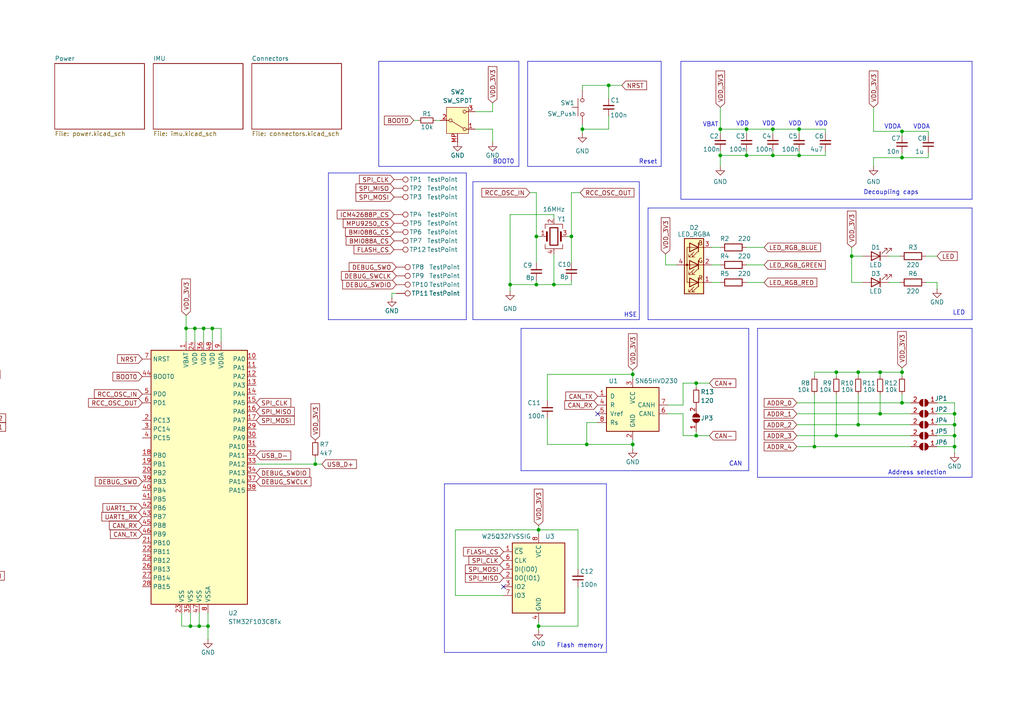
<source format=kicad_sch>
(kicad_sch (version 20231120) (generator "eeschema") (generator_version "8.0")
  (paper "A4")
  (lib_symbols
    (symbol "Connector:TestPoint" (pin_numbers hide) (pin_names (offset 0.762) hide)
      (property "Reference" "TP" (at 0 6.858 0))
      (property "Value" "TestPoint" (at 0 5.08 0))
      (symbol "TestPoint_1_1"
        (pin passive line (at 0 0 90) (length 2.54) (name "1") (number "1"))
      )
    )
    (symbol "Device:C_Small" (pin_numbers hide) (pin_names (offset 0.254) hide)
      (property "Reference" "C" (at 0.254 1.778 0))
      (property "Value" "C_Small" (at 0.254 -2.032 0))
      (symbol "C_Small_1_1"
        (pin passive line (at 0 2.54 270) (length 2.032) (name "~") (number "1"))
        (pin passive line (at 0 -2.54 90) (length 2.032) (name "~") (number "2"))
      )
    )
    (symbol "Device:Crystal_GND24" (pin_names (offset 1.016) hide)
      (property "Reference" "Y" (at 3.175 5.08 0))
      (property "Value" "Crystal_GND24" (at 3.175 3.175 0))
      (symbol "Crystal_GND24_1_1"
        (pin passive line (at -3.81 0 0) (length 1.27) (name "1") (number "1"))
        (pin passive line (at 0 5.08 270) (length 1.27) (name "2") (number "2"))
        (pin passive line (at 3.81 0 180) (length 1.27) (name "3") (number "3"))
        (pin passive line (at 0 -5.08 90) (length 1.27) (name "4") (number "4"))
      )
    )
    (symbol "Device:LED" (pin_numbers hide) (pin_names (offset 1.016) hide)
      (property "Reference" "D" (at 0 2.54 0))
      (property "Value" "LED" (at 0 -2.54 0))
      (symbol "LED_1_1"
        (pin passive line (at -3.81 0 0) (length 2.54) (name "K") (number "1"))
        (pin passive line (at 3.81 0 180) (length 2.54) (name "A") (number "2"))
      )
    )
    (symbol "Device:LED_RGBA" (pin_names (offset 0) hide)
      (property "Reference" "D" (at 0 9.398 0))
      (property "Value" "LED_RGBA" (at 0 -8.89 0))
      (symbol "LED_RGBA_0_0"
        (text "B" (at -1.905 -6.35 0) (effects (font (size 1.27 1.27))))
        (text "G" (at -1.905 -1.27 0) (effects (font (size 1.27 1.27))))
        (text "R" (at -1.905 3.81 0) (effects (font (size 1.27 1.27))))
      )
      (symbol "LED_RGBA_1_1"
        (pin passive line (at -5.08 5.08 0) (length 2.54) (name "RK") (number "1"))
        (pin passive line (at -5.08 0 0) (length 2.54) (name "GK") (number "2"))
        (pin passive line (at -5.08 -5.08 0) (length 2.54) (name "BK") (number "3"))
        (pin passive line (at 5.08 0 180) (length 2.54) (name "A") (number "4"))
      )
    )
    (symbol "Device:R" (pin_numbers hide) (pin_names (offset 0))
      (property "Reference" "R" (at 2.032 0 90))
      (property "Value" "R" (at 0 0 90))
      (symbol "R_1_1"
        (pin passive line (at 0 3.81 270) (length 1.27) (name "~") (number "1"))
        (pin passive line (at 0 -3.81 90) (length 1.27) (name "~") (number "2"))
      )
    )
    (symbol "Device:R_Small" (pin_numbers hide) (pin_names (offset 0.254) hide)
      (property "Reference" "R" (at 0.762 0.508 0))
      (property "Value" "R_Small" (at 0.762 -1.016 0))
      (symbol "R_Small_1_1"
        (pin passive line (at 0 2.54 270) (length 0.762) (name "~") (number "1"))
        (pin passive line (at 0 -2.54 90) (length 0.762) (name "~") (number "2"))
      )
    )
    (symbol "GND_1" (power) (pin_numbers hide) (pin_names (offset 0) hide)
      (property "Value" "GND" (at 0 -3.81 0))
      (symbol "GND_1_1_1"
        (pin power_in line (at 0 0 270) (length 0) (name "~") (number "1"))
      )
    )
    (symbol "GND_2" (power) (pin_numbers hide) (pin_names (offset 0) hide)
      (property "Value" "GND" (at 0 -3.81 0))
      (symbol "GND_2_1_1"
        (pin power_in line (at 0 0 270) (length 0) (name "~") (number "1"))
      )
    )
    (symbol "Interface_CAN_LIN:SN65HVD230" (pin_names (offset 1.016))
      (property "Reference" "U" (at -2.54 10.16 0))
      (property "Value" "SN65HVD230" (at -2.54 7.62 0))
      (symbol "SN65HVD230_1_1"
        (pin input line (at -10.16 2.54 0) (length 2.54) (name "D") (number "1"))
        (pin power_in line (at 0 -10.16 90) (length 2.54) (name "GND") (number "2"))
        (pin power_in line (at 0 7.62 270) (length 2.54) (name "VCC") (number "3"))
        (pin output line (at -10.16 0 0) (length 2.54) (name "R") (number "4"))
        (pin output line (at -10.16 -2.54 0) (length 2.54) (name "Vref") (number "5"))
        (pin bidirectional line (at 10.16 -2.54 180) (length 2.54) (name "CANL") (number "6"))
        (pin bidirectional line (at 10.16 0 180) (length 2.54) (name "CANH") (number "7"))
        (pin input line (at -10.16 -5.08 0) (length 2.54) (name "Rs") (number "8"))
      )
    )
    (symbol "Jumper:SolderJumper_2_Open" (pin_names (offset 0) hide)
      (property "Reference" "JP" (at 0 2.032 0))
      (property "Value" "SolderJumper_2_Open" (at 0 -2.54 0))
      (symbol "SolderJumper_2_Open_1_1"
        (pin passive line (at -3.81 0 0) (length 2.54) (name "A") (number "1"))
        (pin passive line (at 3.81 0 180) (length 2.54) (name "B") (number "2"))
      )
    )
    (symbol "MCU_ST_STM32F1:STM32F103C8Tx"
      (property "Reference" "U1" (at 9.652 -38.1 0))
      (property "Value" "STM32F103C8Tx" (at 9.652 -40.64 0))
      (symbol "STM32F103C8Tx_1_1"
        (pin power_in line (at -2.54 40.64 270) (length 2.54) (name "VBAT") (number "1"))
        (pin bidirectional line (at 17.78 35.56 180) (length 2.54) (name "PA0") (number "10"))
        (pin bidirectional line (at 17.78 33.02 180) (length 2.54) (name "PA1") (number "11"))
        (pin bidirectional line (at 17.78 30.48 180) (length 2.54) (name "PA2") (number "12"))
        (pin bidirectional line (at 17.78 27.94 180) (length 2.54) (name "PA3") (number "13"))
        (pin bidirectional line (at 17.78 25.4 180) (length 2.54) (name "PA4") (number "14"))
        (pin bidirectional line (at 17.78 22.86 180) (length 2.54) (name "PA5") (number "15"))
        (pin bidirectional line (at 17.78 20.32 180) (length 2.54) (name "PA6") (number "16"))
        (pin bidirectional line (at 17.78 17.78 180) (length 2.54) (name "PA7") (number "17"))
        (pin bidirectional line (at -15.24 7.62 0) (length 2.54) (name "PB0") (number "18"))
        (pin bidirectional line (at -15.24 5.08 0) (length 2.54) (name "PB1") (number "19"))
        (pin bidirectional line (at -15.24 17.78 0) (length 2.54) (name "PC13") (number "2"))
        (pin bidirectional line (at -15.24 2.54 0) (length 2.54) (name "PB2") (number "20"))
        (pin bidirectional line (at -15.24 -17.78 0) (length 2.54) (name "PB10") (number "21"))
        (pin bidirectional line (at -15.24 -20.32 0) (length 2.54) (name "PB11") (number "22"))
        (pin power_in line (at -3.81 -38.1 90) (length 2.54) (name "VSS") (number "23"))
        (pin power_in line (at 0 40.64 270) (length 2.54) (name "VDD") (number "24"))
        (pin bidirectional line (at -15.24 -22.86 0) (length 2.54) (name "PB12") (number "25"))
        (pin bidirectional line (at -15.24 -25.4 0) (length 2.54) (name "PB13") (number "26"))
        (pin bidirectional line (at -15.24 -27.94 0) (length 2.54) (name "PB14") (number "27"))
        (pin bidirectional line (at -15.24 -30.48 0) (length 2.54) (name "PB15") (number "28"))
        (pin bidirectional line (at 17.78 15.24 180) (length 2.54) (name "PA8") (number "29"))
        (pin bidirectional line (at -15.24 15.24 0) (length 2.54) (name "PC14") (number "3"))
        (pin bidirectional line (at 17.78 12.7 180) (length 2.54) (name "PA9") (number "30"))
        (pin bidirectional line (at 17.78 10.16 180) (length 2.54) (name "PA10") (number "31"))
        (pin bidirectional line (at 17.78 7.62 180) (length 2.54) (name "PA11") (number "32"))
        (pin bidirectional line (at 17.78 5.08 180) (length 2.54) (name "PA12") (number "33"))
        (pin bidirectional line (at 17.78 2.54 180) (length 2.54) (name "PA13") (number "34"))
        (pin passive line (at -1.27 -38.1 90) (length 2.54) (name "VSS") (number "35"))
        (pin power_in line (at 2.54 40.64 270) (length 2.54) (name "VDD") (number "36"))
        (pin bidirectional line (at 17.78 0 180) (length 2.54) (name "PA14") (number "37"))
        (pin bidirectional line (at 17.78 -2.54 180) (length 2.54) (name "PA15") (number "38"))
        (pin bidirectional line (at -15.24 0 0) (length 2.54) (name "PB3") (number "39"))
        (pin bidirectional line (at -15.24 12.7 0) (length 2.54) (name "PC15") (number "4"))
        (pin bidirectional line (at -15.24 -2.54 0) (length 2.54) (name "PB4") (number "40"))
        (pin bidirectional line (at -15.24 -5.08 0) (length 2.54) (name "PB5") (number "41"))
        (pin bidirectional line (at -15.24 -7.62 0) (length 2.54) (name "PB6") (number "42"))
        (pin bidirectional line (at -15.24 -10.16 0) (length 2.54) (name "PB7") (number "43"))
        (pin input line (at -15.24 30.48 0) (length 2.54) (name "BOOT0") (number "44"))
        (pin bidirectional line (at -15.24 -12.7 0) (length 2.54) (name "PB8") (number "45"))
        (pin bidirectional line (at -15.24 -15.24 0) (length 2.54) (name "PB9") (number "46"))
        (pin passive line (at 1.27 -38.1 90) (length 2.54) (name "VSS") (number "47"))
        (pin power_in line (at 5.08 40.64 270) (length 2.54) (name "VDD") (number "48"))
        (pin bidirectional line (at -15.24 25.4 0) (length 2.54) (name "PD0") (number "5"))
        (pin bidirectional line (at -15.24 22.86 0) (length 2.54) (name "PD1") (number "6"))
        (pin input line (at -15.24 35.56 0) (length 2.54) (name "NRST") (number "7"))
        (pin power_in line (at 3.81 -38.1 90) (length 2.54) (name "VSSA") (number "8"))
        (pin power_in line (at 7.62 40.64 270) (length 2.54) (name "VDDA") (number "9"))
      )
    )
    (symbol "Memory_Flash:W25Q32JVSS"
      (property "Reference" "U" (at -6.35 11.43 0))
      (property "Value" "W25Q32JVSS" (at 7.62 11.43 0))
      (symbol "W25Q32JVSS_1_1"
        (pin input line (at -10.16 7.62 0) (length 2.54) (name "~{CS}") (number "1"))
        (pin bidirectional line (at -10.16 0 0) (length 2.54) (name "DO(IO1)") (number "2"))
        (pin bidirectional line (at -10.16 -2.54 0) (length 2.54) (name "IO2") (number "3"))
        (pin power_in line (at 0 -12.7 90) (length 2.54) (name "GND") (number "4"))
        (pin bidirectional line (at -10.16 2.54 0) (length 2.54) (name "DI(IO0)") (number "5"))
        (pin input line (at -10.16 5.08 0) (length 2.54) (name "CLK") (number "6"))
        (pin bidirectional line (at -10.16 -5.08 0) (length 2.54) (name "IO3") (number "7"))
        (pin power_in line (at 0 12.7 270) (length 2.54) (name "VCC") (number "8"))
      )
    )
    (symbol "Switch:SW_Push" (pin_numbers hide) (pin_names (offset 1.016) hide)
      (property "Reference" "SW" (at 1.27 2.54 0))
      (property "Value" "SW_Push" (at 0 -1.524 0))
      (symbol "SW_Push_0_1"
        (pin passive line (at -5.08 0 0) (length 2.54) (name "1") (number "1"))
        (pin passive line (at 5.08 0 180) (length 2.54) (name "2") (number "2"))
      )
    )
    (symbol "Switch:SW_SPDT" (pin_names (offset 0) hide)
      (property "Reference" "SW2" (at 0 -8.255 0))
      (property "Value" "SW_SPDT" (at 0 -5.715 0))
      (symbol "SW_SPDT_1_1"
        (pin passive line (at 5.08 2.54 180) (length 2.54) (name "A") (number "1"))
        (pin passive line (at -5.08 0 0) (length 2.54) (name "B") (number "2"))
        (pin passive line (at 5.08 -2.54 180) (length 2.54) (name "C") (number "3"))
        (pin input line (at 0 6.35 270) (length 2.54) (name "MP") (number "MP"))
      )
    )
    (symbol "power:GND" (power) (pin_numbers hide) (pin_names (offset 0) hide)
      (property "Value" "GND" (at 0 -3.81 0))
      (symbol "GND_1_1"
        (pin power_in line (at 0 0 270) (length 0) (name "~") (number "1"))
      )
    )
  )
  (junction (at 248.92 123.19))
  (junction (at 53.975 95.25))
  (junction (at 242.57 107.95))
  (junction (at 59.055 95.25))
  (junction (at 176.53 24.765))
  (junction (at 276.86 126.365))
  (junction (at 156.21 181.61))
  (junction (at 224.155 45.085))
  (junction (at 91.44 134.62))
  (junction (at 61.595 95.25))
  (junction (at 57.785 181.61))
  (junction (at 168.91 37.465))
  (junction (at 276.86 120.015))
  (junction (at 155.575 82.55))
  (junction (at 155.575 68.58))
  (junction (at 55.245 181.61))
  (junction (at 170.18 128.905))
  (junction (at 276.86 123.19))
  (junction (at 60.325 181.61))
  (junction (at 248.92 107.95))
  (junction (at 183.515 108.585))
  (junction (at 224.155 37.465))
  (junction (at 261.62 45.72))
  (junction (at 56.515 95.25))
  (junction (at 201.93 111.125))
  (junction (at 147.955 82.55))
  (junction (at 208.915 45.085))
  (junction (at 216.535 37.465))
  (junction (at 242.57 126.365))
  (junction (at 247.015 74.295))
  (junction (at 255.27 120.015))
  (junction (at 201.93 126.365))
  (junction (at 231.775 37.465))
  (junction (at 236.22 129.54))
  (junction (at 208.915 37.465))
  (junction (at 216.535 45.085))
  (junction (at 261.62 107.95))
  (junction (at 165.735 68.58))
  (junction (at 276.86 129.54))
  (junction (at 231.775 45.085))
  (junction (at 255.27 107.95))
  (junction (at 160.655 82.55))
  (junction (at 261.62 38.1))
  (junction (at 156.21 153.67))
  (junction (at 261.62 116.84))
  (junction (at 183.515 128.905))
  (no_connect (at 146.05 170.18))
  (no_connect (at 173.355 120.015))
  (wire (pts (xy 224.155 43.815) (xy 224.155 45.085)))
  (wire (pts (xy 231.775 37.465) (xy 239.395 37.465)))
  (wire (pts (xy 176.53 24.765) (xy 176.53 28.575)))
  (wire (pts (xy 253.365 45.72) (xy 261.62 45.72)))
  (polyline (pts (xy 109.855 48.26) (xy 150.495 48.26)))
  (wire (pts (xy 176.53 24.765) (xy 180.34 24.765)))
  (wire (pts (xy 261.62 45.72) (xy 269.24 45.72)))
  (wire (pts (xy 53.975 95.25) (xy 53.975 91.44)))
  (wire (pts (xy 155.575 82.55) (xy 160.655 82.55)))
  (wire (pts (xy 91.44 132.715) (xy 91.44 134.62)))
  (wire (pts (xy 155.575 55.88) (xy 153.67 55.88)))
  (wire (pts (xy 155.575 55.88) (xy 155.575 68.58)))
  (wire (pts (xy 53.975 95.25) (xy 53.975 99.06)))
  (polyline (pts (xy 281.94 95.25) (xy 219.71 95.25)))
  (wire (pts (xy 55.245 177.8) (xy 55.245 181.61)))
  (polyline (pts (xy 175.895 140.335) (xy 128.905 140.335)))
  (wire (pts (xy 160.655 62.23) (xy 160.655 63.5)))
  (wire (pts (xy 208.915 37.465) (xy 208.915 38.735)))
  (wire (pts (xy 216.535 37.465) (xy 208.915 37.465)))
  (wire (pts (xy 271.78 123.19) (xy 276.86 123.19)))
  (polyline (pts (xy 153.035 17.78) (xy 191.77 17.78)))
  (wire (pts (xy 155.575 81.28) (xy 155.575 82.55)))
  (wire (pts (xy 271.78 83.82) (xy 271.78 81.915)))
  (wire (pts (xy 268.605 74.295) (xy 271.78 74.295)))
  (wire (pts (xy 93.345 134.62) (xy 91.44 134.62)))
  (wire (pts (xy 60.325 181.61) (xy 60.325 177.8)))
  (wire (pts (xy 59.055 95.25) (xy 59.055 99.06)))
  (wire (pts (xy 165.735 81.28) (xy 165.735 82.55)))
  (polyline (pts (xy 197.485 17.78) (xy 281.94 17.78)))
  (wire (pts (xy 239.395 43.815) (xy 239.395 45.085)))
  (wire (pts (xy 261.62 39.37) (xy 261.62 38.1)))
  (wire (pts (xy 183.515 127.635) (xy 183.515 128.905)))
  (polyline (pts (xy 128.905 140.335) (xy 128.905 189.23)))
  (wire (pts (xy 156.21 153.67) (xy 156.21 154.94)))
  (wire (pts (xy 198.12 111.125) (xy 201.93 111.125)))
  (polyline (pts (xy 187.96 60.325) (xy 281.94 60.325)))
  (polyline (pts (xy 109.855 17.78) (xy 109.855 48.26)))
  (wire (pts (xy 142.875 37.465) (xy 142.875 41.275)))
  (wire (pts (xy 198.12 120.015) (xy 198.12 126.365)))
  (wire (pts (xy 261.62 107.95) (xy 255.27 107.95)))
  (wire (pts (xy 183.515 108.585) (xy 183.515 109.855)))
  (polyline (pts (xy 153.035 48.26) (xy 191.77 48.26)))
  (wire (pts (xy 261.62 38.1) (xy 269.24 38.1)))
  (wire (pts (xy 164.465 68.58) (xy 165.735 68.58)))
  (wire (pts (xy 268.605 81.915) (xy 271.78 81.915)))
  (wire (pts (xy 276.86 126.365) (xy 276.86 129.54)))
  (wire (pts (xy 231.775 38.735) (xy 231.775 37.465)))
  (wire (pts (xy 61.595 99.06) (xy 61.595 95.25)))
  (wire (pts (xy 231.14 116.84) (xy 261.62 116.84)))
  (wire (pts (xy 126.365 34.925) (xy 127.635 34.925)))
  (wire (pts (xy 142.875 29.845) (xy 142.875 32.385)))
  (wire (pts (xy 132.08 153.67) (xy 132.08 172.72)))
  (wire (pts (xy 216.535 43.815) (xy 216.535 45.085)))
  (wire (pts (xy 170.18 128.905) (xy 183.515 128.905)))
  (polyline (pts (xy 95.25 92.71) (xy 135.255 92.71)))
  (wire (pts (xy 168.91 26.035) (xy 168.91 24.765)))
  (wire (pts (xy 55.245 181.61) (xy 57.785 181.61)))
  (wire (pts (xy 56.515 95.25) (xy 53.975 95.25)))
  (wire (pts (xy 216.535 76.835) (xy 221.615 76.835)))
  (wire (pts (xy 158.75 108.585) (xy 158.75 116.205)))
  (polyline (pts (xy 219.71 138.43) (xy 281.94 138.43)))
  (wire (pts (xy 257.81 74.295) (xy 260.985 74.295)))
  (polyline (pts (xy 197.485 57.785) (xy 197.485 17.78)))
  (polyline (pts (xy 128.905 189.23) (xy 175.895 189.23)))
  (wire (pts (xy 276.86 123.19) (xy 276.86 126.365)))
  (wire (pts (xy 198.12 126.365) (xy 201.93 126.365)))
  (wire (pts (xy 198.12 111.125) (xy 198.12 117.475)))
  (wire (pts (xy 231.14 120.015) (xy 255.27 120.015)))
  (wire (pts (xy 206.375 76.835) (xy 208.915 76.835)))
  (wire (pts (xy 168.275 55.88) (xy 165.735 55.88)))
  (polyline (pts (xy 197.485 57.785) (xy 281.94 57.785)))
  (wire (pts (xy 160.655 62.23) (xy 147.955 62.23)))
  (wire (pts (xy 255.27 107.95) (xy 248.92 107.95)))
  (wire (pts (xy 156.21 181.61) (xy 156.21 182.88)))
  (wire (pts (xy 156.21 153.67) (xy 167.64 153.67)))
  (wire (pts (xy 224.155 37.465) (xy 224.155 38.735)))
  (wire (pts (xy 64.135 95.25) (xy 64.135 99.06)))
  (wire (pts (xy 165.735 55.88) (xy 165.735 68.58)))
  (wire (pts (xy 261.62 114.3) (xy 261.62 116.84)))
  (wire (pts (xy 231.14 129.54) (xy 236.22 129.54)))
  (wire (pts (xy 168.91 24.765) (xy 176.53 24.765)))
  (polyline (pts (xy 217.17 95.25) (xy 217.17 136.525)))
  (wire (pts (xy 236.22 107.95) (xy 236.22 109.22)))
  (polyline (pts (xy 153.035 48.26) (xy 153.035 17.78)))
  (wire (pts (xy 216.535 38.735) (xy 216.535 37.465)))
  (wire (pts (xy 231.775 45.085) (xy 224.155 45.085)))
  (wire (pts (xy 193.675 120.015) (xy 198.12 120.015)))
  (wire (pts (xy 56.515 99.06) (xy 56.515 95.25)))
  (wire (pts (xy 160.655 82.55) (xy 165.735 82.55)))
  (wire (pts (xy 239.395 38.735) (xy 239.395 37.465)))
  (wire (pts (xy 193.675 117.475) (xy 198.12 117.475)))
  (wire (pts (xy 167.64 153.67) (xy 167.64 165.1)))
  (polyline (pts (xy 175.895 140.335) (xy 175.895 189.23)))
  (wire (pts (xy 276.86 129.54) (xy 276.86 131.445)))
  (wire (pts (xy 146.05 172.72) (xy 132.08 172.72)))
  (wire (pts (xy 201.93 111.125) (xy 201.93 112.395)))
  (wire (pts (xy 216.535 45.085) (xy 208.915 45.085)))
  (wire (pts (xy 168.91 37.465) (xy 168.91 36.195)))
  (wire (pts (xy 132.08 153.67) (xy 156.21 153.67)))
  (wire (pts (xy 242.57 107.95) (xy 236.22 107.95)))
  (wire (pts (xy 269.24 44.45) (xy 269.24 45.72)))
  (wire (pts (xy 276.86 120.015) (xy 276.86 123.19)))
  (wire (pts (xy 158.75 128.905) (xy 170.18 128.905)))
  (wire (pts (xy 52.705 177.8) (xy 52.705 181.61)))
  (wire (pts (xy 170.18 122.555) (xy 170.18 128.905)))
  (wire (pts (xy 155.575 68.58) (xy 156.845 68.58)))
  (wire (pts (xy 155.575 76.2) (xy 155.575 68.58)))
  (wire (pts (xy 57.785 177.8) (xy 57.785 181.61)))
  (wire (pts (xy 147.955 82.55) (xy 147.955 84.455)))
  (wire (pts (xy 160.655 73.66) (xy 160.655 82.55)))
  (wire (pts (xy 173.355 122.555) (xy 170.18 122.555)))
  (wire (pts (xy 261.62 106.68) (xy 261.62 107.95)))
  (wire (pts (xy 183.515 107.315) (xy 183.515 108.585)))
  (wire (pts (xy 137.795 37.465) (xy 142.875 37.465)))
  (wire (pts (xy 113.665 85.09) (xy 113.665 86.36)))
  (wire (pts (xy 156.21 180.34) (xy 156.21 181.61)))
  (wire (pts (xy 255.27 120.015) (xy 264.16 120.015)))
  (wire (pts (xy 59.055 95.25) (xy 56.515 95.25)))
  (wire (pts (xy 121.285 34.925) (xy 120.015 34.925)))
  (wire (pts (xy 158.75 108.585) (xy 183.515 108.585)))
  (wire (pts (xy 231.775 43.815) (xy 231.775 45.085)))
  (wire (pts (xy 147.955 82.55) (xy 155.575 82.55)))
  (wire (pts (xy 247.015 74.295) (xy 250.19 74.295)))
  (wire (pts (xy 114.935 85.09) (xy 113.665 85.09)))
  (wire (pts (xy 271.78 116.84) (xy 276.86 116.84)))
  (wire (pts (xy 158.75 121.285) (xy 158.75 128.905)))
  (wire (pts (xy 271.78 126.365) (xy 276.86 126.365)))
  (wire (pts (xy 60.325 185.42) (xy 60.325 181.61)))
  (polyline (pts (xy 191.77 17.78) (xy 191.77 48.26)))
  (wire (pts (xy 165.735 76.2) (xy 165.735 68.58)))
  (wire (pts (xy 253.365 31.115) (xy 253.365 38.1)))
  (wire (pts (xy 257.81 81.915) (xy 260.985 81.915)))
  (wire (pts (xy 255.27 107.95) (xy 255.27 109.22)))
  (polyline (pts (xy 150.495 48.26) (xy 150.495 17.78)))
  (wire (pts (xy 248.92 123.19) (xy 264.16 123.19)))
  (wire (pts (xy 255.27 114.3) (xy 255.27 120.015)))
  (wire (pts (xy 208.915 45.085) (xy 208.915 48.26)))
  (wire (pts (xy 261.62 107.95) (xy 261.62 109.22)))
  (wire (pts (xy 91.44 134.62) (xy 74.295 134.62)))
  (polyline (pts (xy 135.255 50.165) (xy 95.25 50.165)))
  (wire (pts (xy 206.375 81.915) (xy 208.915 81.915)))
  (wire (pts (xy 253.365 45.72) (xy 253.365 48.26)))
  (wire (pts (xy 57.785 181.61) (xy 60.325 181.61)))
  (wire (pts (xy 176.53 33.655) (xy 176.53 37.465)))
  (polyline (pts (xy 137.16 52.705) (xy 185.42 52.705)))
  (wire (pts (xy 183.515 128.905) (xy 183.515 130.175)))
  (wire (pts (xy 201.93 125.095) (xy 201.93 126.365)))
  (wire (pts (xy 242.57 107.95) (xy 242.57 109.22)))
  (polyline (pts (xy 281.94 92.71) (xy 187.96 92.71)))
  (wire (pts (xy 52.705 181.61) (xy 55.245 181.61)))
  (wire (pts (xy 261.62 44.45) (xy 261.62 45.72)))
  (wire (pts (xy 156.21 181.61) (xy 167.64 181.61)))
  (wire (pts (xy 208.915 31.115) (xy 208.915 37.465)))
  (wire (pts (xy 147.955 62.23) (xy 147.955 82.55)))
  (wire (pts (xy 167.64 170.18) (xy 167.64 181.61)))
  (wire (pts (xy 236.22 129.54) (xy 264.16 129.54)))
  (wire (pts (xy 224.155 37.465) (xy 231.775 37.465)))
  (wire (pts (xy 176.53 37.465) (xy 168.91 37.465)))
  (wire (pts (xy 248.92 114.3) (xy 248.92 123.19)))
  (wire (pts (xy 242.57 126.365) (xy 264.16 126.365)))
  (wire (pts (xy 231.14 123.19) (xy 248.92 123.19)))
  (wire (pts (xy 61.595 95.25) (xy 59.055 95.25)))
  (wire (pts (xy 193.04 76.835) (xy 193.04 73.66)))
  (wire (pts (xy 247.015 71.755) (xy 247.015 74.295)))
  (wire (pts (xy 64.135 95.25) (xy 61.595 95.25)))
  (wire (pts (xy 216.535 81.915) (xy 221.615 81.915)))
  (polyline (pts (xy 185.42 52.705) (xy 185.42 92.71)))
  (wire (pts (xy 208.915 45.085) (xy 208.915 43.815)))
  (wire (pts (xy 248.92 107.95) (xy 242.57 107.95)))
  (polyline (pts (xy 187.96 60.325) (xy 187.96 92.71)))
  (polyline (pts (xy 151.13 136.525) (xy 217.17 136.525)))
  (wire (pts (xy 231.14 126.365) (xy 242.57 126.365)))
  (wire (pts (xy 242.57 114.3) (xy 242.57 126.365)))
  (polyline (pts (xy 150.495 17.78) (xy 109.855 17.78)))
  (polyline (pts (xy 281.94 60.325) (xy 281.94 92.71)))
  (wire (pts (xy 261.62 116.84) (xy 264.16 116.84)))
  (wire (pts (xy 271.78 129.54) (xy 276.86 129.54)))
  (wire (pts (xy 231.775 45.085) (xy 239.395 45.085)))
  (wire (pts (xy 236.22 114.3) (xy 236.22 129.54)))
  (wire (pts (xy 276.86 116.84) (xy 276.86 120.015)))
  (polyline (pts (xy 135.255 50.165) (xy 135.255 92.71)))
  (wire (pts (xy 201.93 126.365) (xy 205.74 126.365)))
  (wire (pts (xy 216.535 71.755) (xy 221.615 71.755)))
  (wire (pts (xy 253.365 38.1) (xy 261.62 38.1)))
  (wire (pts (xy 193.04 76.835) (xy 196.215 76.835)))
  (wire (pts (xy 168.91 37.465) (xy 168.91 38.735)))
  (wire (pts (xy 247.015 81.915) (xy 250.19 81.915)))
  (polyline (pts (xy 95.25 50.165) (xy 95.25 92.71)))
  (wire (pts (xy 248.92 107.95) (xy 248.92 109.22)))
  (polyline (pts (xy 151.13 136.525) (xy 151.13 95.25)))
  (wire (pts (xy 201.93 111.125) (xy 205.74 111.125)))
  (wire (pts (xy 156.21 152.4) (xy 156.21 153.67)))
  (wire (pts (xy 137.795 32.385) (xy 142.875 32.385)))
  (wire (pts (xy 206.375 71.755) (xy 208.915 71.755)))
  (wire (pts (xy 216.535 37.465) (xy 224.155 37.465)))
  (polyline (pts (xy 281.94 17.78) (xy 281.94 57.785)))
  (wire (pts (xy 216.535 45.085) (xy 224.155 45.085)))
  (polyline (pts (xy 219.71 95.25) (xy 219.71 138.43)))
  (polyline (pts (xy 281.94 138.43) (xy 281.94 95.25)))
  (wire (pts (xy 247.015 74.295) (xy 247.015 81.915)))
  (wire (pts (xy 269.24 38.1) (xy 269.24 39.37)))
  (polyline (pts (xy 185.42 92.71) (xy 137.16 92.71)))
  (polyline (pts (xy 151.13 95.25) (xy 217.17 95.25)))
  (wire (pts (xy 271.78 120.015) (xy 276.86 120.015)))
  (polyline (pts (xy 137.16 52.705) (xy 137.16 92.71)))
  (text "VDDA" (at 261.366 37.592 0) (effects (font (size 1.27 1.27)) (justify right bottom)))
  (text "VDD\n" (at 224.917 36.703 0) (effects (font (size 1.27 1.27)) (justify right bottom)))
  (text "Address selection" (at 266.065 137.16 0) (effects (font (size 1.27 1.27))))
  (text "VDD\n" (at 240.157 36.703 0) (effects (font (size 1.27 1.27)) (justify right bottom)))
  (text "VBAT" (at 208.407 36.957 0) (effects (font (size 1.27 1.27)) (justify right bottom)))
  (text "Flash memory" (at 168.275 187.325 0) (effects (font (size 1.27 1.27))))
  (text "VDDA" (at 269.748 37.592 0) (effects (font (size 1.27 1.27)) (justify right bottom)))
  (text "BOOT0" (at 146.05 46.99 0) (effects (font (size 1.27 1.27))))
  (text "LED" (at 278.13 90.805 0) (effects (font (size 1.27 1.27))))
  (text "CAN" (at 213.36 134.62 0) (effects (font (size 1.27 1.27))))
  (text "HSE" (at 182.88 91.44 0) (effects (font (size 1.27 1.27))))
  (text "VDD\n" (at 232.537 36.703 0) (effects (font (size 1.27 1.27)) (justify right bottom)))
  (text "VDD\n" (at 217.297 36.703 0) (effects (font (size 1.27 1.27)) (justify right bottom)))
  (text "Reset" (at 187.96 46.99 0) (effects (font (size 1.27 1.27))))
  (text "Decoupling caps" (at 258.445 55.88 0) (effects (font (size 1.27 1.27))))
  (global_label "BMI088_INT1" (shape input) (at -15.875 128.905 0) (property "Intersheetrefs" "${INTERSHEET_REFS}" (effects (hide yes))))
  (global_label "VDD_3V3" (shape input) (at 208.915 31.115 90) (property "Intersheetrefs" "${INTERSHEET_REFS}" (effects (hide yes))))
  (global_label "CAN_TX" (shape input) (at 173.355 114.935 180) (property "Intersheetrefs" "${INTERSHEET_REFS}" (effects (hide yes))))
  (global_label "FLASH_CS" (shape input) (at 114.3 72.39 180) (property "Intersheetrefs" "${INTERSHEET_REFS}" (effects (hide yes))))
  (global_label "ADDR_0" (shape input) (at 231.14 116.84 180) (property "Intersheetrefs" "${INTERSHEET_REFS}" (effects (hide yes))))
  (global_label "CAN_RX" (shape input) (at 173.355 117.475 180) (property "Intersheetrefs" "${INTERSHEET_REFS}" (effects (hide yes))))
  (global_label "SPI_MISO" (shape input) (at 146.05 167.64 180) (property "Intersheetrefs" "${INTERSHEET_REFS}" (effects (hide yes))))
  (global_label "BMI088G_CS" (shape input) (at 114.3 67.31 180) (property "Intersheetrefs" "${INTERSHEET_REFS}" (effects (hide yes))))
  (global_label "CAN_TX" (shape input) (at 41.275 154.94 180) (property "Intersheetrefs" "${INTERSHEET_REFS}" (effects (hide yes))))
  (global_label "LED" (shape input) (at 271.78 74.295 0) (property "Intersheetrefs" "${INTERSHEET_REFS}" (effects (hide yes))))
  (global_label "FLASH_CS" (shape input) (at 146.05 160.02 180) (property "Intersheetrefs" "${INTERSHEET_REFS}" (effects (hide yes))))
  (global_label "RCC_OSC_OUT" (shape input) (at 168.275 55.88 0) (property "Intersheetrefs" "${INTERSHEET_REFS}" (effects (hide yes))))
  (global_label "MPU9250_INT" (shape input) (at -16.51 126.365 0) (property "Intersheetrefs" "${INTERSHEET_REFS}" (effects (hide yes))))
  (global_label "ICM42688P_CS" (shape input) (at -16.51 108.585 0) (property "Intersheetrefs" "${INTERSHEET_REFS}" (effects (hide yes))))
  (global_label "CAN+" (shape input) (at 205.74 111.125 0) (property "Intersheetrefs" "${INTERSHEET_REFS}" (effects (hide yes))))
  (global_label "BMI088_INT2" (shape input) (at -15.875 131.445 0) (property "Intersheetrefs" "${INTERSHEET_REFS}" (effects (hide yes))))
  (global_label "RCC_OSC_OUT" (shape input) (at 41.275 116.84 180) (property "Intersheetrefs" "${INTERSHEET_REFS}" (effects (hide yes))))
  (global_label "ADDR_3" (shape input) (at 231.14 126.365 180) (property "Intersheetrefs" "${INTERSHEET_REFS}" (effects (hide yes))))
  (global_label "ADDR_4" (shape input) (at -16.51 149.225 0) (property "Intersheetrefs" "${INTERSHEET_REFS}" (effects (hide yes))))
  (global_label "RCC_OSC_IN" (shape input) (at 41.275 114.3 180) (property "Intersheetrefs" "${INTERSHEET_REFS}" (effects (hide yes))))
  (global_label "BMI088_INT3" (shape input) (at -15.875 133.985 0) (property "Intersheetrefs" "${INTERSHEET_REFS}" (effects (hide yes))))
  (global_label "BMI088A_CS" (shape input) (at 114.3 69.85 180) (property "Intersheetrefs" "${INTERSHEET_REFS}" (effects (hide yes))))
  (global_label "BMI088G_CS" (shape input) (at -16.51 116.205 0) (property "Intersheetrefs" "${INTERSHEET_REFS}" (effects (hide yes))))
  (global_label "USB_D-" (shape input) (at 74.295 132.08 0) (property "Intersheetrefs" "${INTERSHEET_REFS}" (effects (hide yes))))
  (global_label "SPI_MOSI" (shape input) (at 74.295 121.92 0) (property "Intersheetrefs" "${INTERSHEET_REFS}" (effects (hide yes))))
  (global_label "NRST" (shape input) (at 180.34 24.765 0) (property "Intersheetrefs" "${INTERSHEET_REFS}" (effects (hide yes))))
  (global_label "RCC_OSC_IN" (shape input) (at 153.67 55.88 180) (property "Intersheetrefs" "${INTERSHEET_REFS}" (effects (hide yes))))
  (global_label "VDD_3V3" (shape input) (at 142.875 29.845 90) (property "Intersheetrefs" "${INTERSHEET_REFS}" (effects (hide yes))))
  (global_label "ADDR_3" (shape input) (at -16.51 151.765 0) (property "Intersheetrefs" "${INTERSHEET_REFS}" (effects (hide yes))))
  (global_label "ADDR_0" (shape input) (at -16.51 159.385 0) (property "Intersheetrefs" "${INTERSHEET_REFS}" (effects (hide yes))))
  (global_label "ADDR_2" (shape input) (at 231.14 123.19 180) (property "Intersheetrefs" "${INTERSHEET_REFS}" (effects (hide yes))))
  (global_label "LED_RGB_BLUE" (shape input) (at -16.51 164.465 0) (property "Intersheetrefs" "${INTERSHEET_REFS}" (effects (hide yes))))
  (global_label "ADDR_1" (shape input) (at -16.51 156.845 0) (property "Intersheetrefs" "${INTERSHEET_REFS}" (effects (hide yes))))
  (global_label "DEBUG_SWCLK" (shape input) (at 114.935 80.01 180) (property "Intersheetrefs" "${INTERSHEET_REFS}" (effects (hide yes))))
  (global_label "LED_RGB_RED" (shape input) (at 221.615 81.915 0) (property "Intersheetrefs" "${INTERSHEET_REFS}" (effects (hide yes))))
  (global_label "CAN_RX" (shape input) (at 41.275 152.4 180) (property "Intersheetrefs" "${INTERSHEET_REFS}" (effects (hide yes))))
  (global_label "ICM42688P_INT2" (shape input) (at -16.51 121.285 0) (property "Intersheetrefs" "${INTERSHEET_REFS}" (effects (hide yes))))
  (global_label "LED_RGB_BLUE" (shape input) (at 221.615 71.755 0) (property "Intersheetrefs" "${INTERSHEET_REFS}" (effects (hide yes))))
  (global_label "SPI_MISO" (shape input) (at 74.295 119.38 0) (property "Intersheetrefs" "${INTERSHEET_REFS}" (effects (hide yes))))
  (global_label "SPI_CLK" (shape input) (at 114.3 52.07 180) (property "Intersheetrefs" "${INTERSHEET_REFS}" (effects (hide yes))))
  (global_label "VDD_3V3" (shape input) (at 253.365 31.115 90) (property "Intersheetrefs" "${INTERSHEET_REFS}" (effects (hide yes))))
  (global_label "VDD_3V3" (shape input) (at 193.04 73.66 90) (property "Intersheetrefs" "${INTERSHEET_REFS}" (effects (hide yes))))
  (global_label "CAN-" (shape input) (at 205.74 126.365 0) (property "Intersheetrefs" "${INTERSHEET_REFS}" (effects (hide yes))))
  (global_label "VDD_3V3" (shape input) (at 247.015 71.755 90) (property "Intersheetrefs" "${INTERSHEET_REFS}" (effects (hide yes))))
  (global_label "LED_RGB_GREEN" (shape input) (at 221.615 76.835 0) (property "Intersheetrefs" "${INTERSHEET_REFS}" (effects (hide yes))))
  (global_label "DEBUG_SWO" (shape input) (at 41.275 139.7 180) (property "Intersheetrefs" "${INTERSHEET_REFS}" (effects (hide yes))))
  (global_label "VDD_3V3" (shape input) (at 53.975 91.44 90) (property "Intersheetrefs" "${INTERSHEET_REFS}" (effects (hide yes))))
  (global_label "DEBUG_SWDIO" (shape input) (at 114.935 82.55 180) (property "Intersheetrefs" "${INTERSHEET_REFS}" (effects (hide yes))))
  (global_label "VDD_3V3" (shape input) (at 183.515 107.315 90) (property "Intersheetrefs" "${INTERSHEET_REFS}" (effects (hide yes))))
  (global_label "BOOT0" (shape input) (at 120.015 34.925 180) (property "Intersheetrefs" "${INTERSHEET_REFS}" (effects (hide yes))))
  (global_label "VDD_3V3" (shape input) (at 91.44 127.635 90) (property "Intersheetrefs" "${INTERSHEET_REFS}" (effects (hide yes))))
  (global_label "UART1_RX" (shape input) (at 41.275 149.86 180) (property "Intersheetrefs" "${INTERSHEET_REFS}" (effects (hide yes))))
  (global_label "ICM42688P_CS" (shape input) (at 114.3 62.23 180) (property "Intersheetrefs" "${INTERSHEET_REFS}" (effects (hide yes))))
  (global_label "SPI_MOSI" (shape input) (at 114.3 57.15 180) (property "Intersheetrefs" "${INTERSHEET_REFS}" (effects (hide yes))))
  (global_label "NRST" (shape input) (at 41.275 104.14 180) (property "Intersheetrefs" "${INTERSHEET_REFS}" (effects (hide yes))))
  (global_label "ADDR_2" (shape input) (at -16.51 154.305 0) (property "Intersheetrefs" "${INTERSHEET_REFS}" (effects (hide yes))))
  (global_label "MPU9250_CS" (shape input) (at 114.3 64.77 180) (property "Intersheetrefs" "${INTERSHEET_REFS}" (effects (hide yes))))
  (global_label "LED" (shape input) (at -16.51 172.085 0) (property "Intersheetrefs" "${INTERSHEET_REFS}" (effects (hide yes))))
  (global_label "ADDR_1" (shape input) (at 231.14 120.015 180) (property "Intersheetrefs" "${INTERSHEET_REFS}" (effects (hide yes))))
  (global_label "SPI_CLK" (shape input) (at 146.05 162.56 180) (property "Intersheetrefs" "${INTERSHEET_REFS}" (effects (hide yes))))
  (global_label "DEBUG_SWCLK" (shape input) (at 74.295 139.7 0) (property "Intersheetrefs" "${INTERSHEET_REFS}" (effects (hide yes))))
  (global_label "MPU9250_CS" (shape input) (at -16.51 111.125 0) (property "Intersheetrefs" "${INTERSHEET_REFS}" (effects (hide yes))))
  (global_label "SPI_CLK" (shape input) (at 74.295 116.84 0) (property "Intersheetrefs" "${INTERSHEET_REFS}" (effects (hide yes))))
  (global_label "DEBUG_SWDIO" (shape input) (at 74.295 137.16 0) (property "Intersheetrefs" "${INTERSHEET_REFS}" (effects (hide yes))))
  (global_label "BOOT0" (shape input) (at 41.275 109.22 180) (property "Intersheetrefs" "${INTERSHEET_REFS}" (effects (hide yes))))
  (global_label "SPI_MOSI" (shape input) (at 146.05 165.1 180) (property "Intersheetrefs" "${INTERSHEET_REFS}" (effects (hide yes))))
  (global_label "VDD_3V3" (shape input) (at 156.21 152.4 90) (property "Intersheetrefs" "${INTERSHEET_REFS}" (effects (hide yes))))
  (global_label "FLASH_CS" (shape input) (at -16.51 106.045 0) (property "Intersheetrefs" "${INTERSHEET_REFS}" (effects (hide yes))))
  (global_label "LED_RGB_GREEN" (shape input) (at -16.51 167.005 0) (property "Intersheetrefs" "${INTERSHEET_REFS}" (effects (hide yes))))
  (global_label "BMI088_INT4" (shape input) (at -15.875 136.525 0) (property "Intersheetrefs" "${INTERSHEET_REFS}" (effects (hide yes))))
  (global_label "USB_D+" (shape input) (at 93.345 134.62 0) (property "Intersheetrefs" "${INTERSHEET_REFS}" (effects (hide yes))))
  (global_label "DEBUG_SWO" (shape input) (at 114.935 77.47 180) (property "Intersheetrefs" "${INTERSHEET_REFS}" (effects (hide yes))))
  (global_label "VBUS_DETECT" (shape input) (at -16.51 177.165 0) (property "Intersheetrefs" "${INTERSHEET_REFS}" (effects (hide yes))))
  (global_label "ICM42688P_INT1" (shape input) (at -16.51 123.825 0) (property "Intersheetrefs" "${INTERSHEET_REFS}" (effects (hide yes))))
  (global_label "ADDR_4" (shape input) (at 231.14 129.54 180) (property "Intersheetrefs" "${INTERSHEET_REFS}" (effects (hide yes))))
  (global_label "UART1_TX" (shape input) (at 41.275 147.32 180) (property "Intersheetrefs" "${INTERSHEET_REFS}" (effects (hide yes))))
  (global_label "LED_RGB_RED" (shape input) (at -16.51 169.545 0) (property "Intersheetrefs" "${INTERSHEET_REFS}" (effects (hide yes))))
  (global_label "VDD_3V3" (shape input) (at 261.62 106.68 90) (property "Intersheetrefs" "${INTERSHEET_REFS}" (effects (hide yes))))
  (global_label "BMI088A_CS" (shape input) (at -16.51 113.665 0) (property "Intersheetrefs" "${INTERSHEET_REFS}" (effects (hide yes))))
  (global_label "SPI_MISO" (shape input) (at 114.3 54.61 180) (property "Intersheetrefs" "${INTERSHEET_REFS}" (effects (hide yes))))
  (symbol (lib_id "Device:LED") (at 254 81.915 180) (unit 1)
    (property "Reference" "D3" (at 254 79.375 0))
    (property "Value" "LED" (at 254 84.455 0))
    (property "Footprint" "LED_SMD:LED_1206_3216Metric" (effects (hide yes)))
    (property "Description" "Light emitting diode" (effects (hide yes)))
  )
  (symbol (lib_id "power:GND") (at 147.955 84.455 0) (unit 1)
    (property "Reference" "#PWR06" (effects (hide yes)))
    (property "Value" "GND" (at 147.955 89.535 0))
  )
  (symbol (lib_id "Device:R") (at 212.725 71.755 90) (unit 1)
    (property "Reference" "R2" (at 210.185 69.215 90))
    (property "Value" "220" (at 215.9 69.215 90))
    (property "Footprint" "Resistor_SMD:R_0603_1608Metric" (effects (hide yes)))
    (property "Description" "Resistor" (effects (hide yes)))
  )
  (symbol (lib_id "Jumper:SolderJumper_2_Open") (at 267.97 123.19 180) (unit 1)
    (property "Reference" "JP4" (at 271.145 121.92 0) (effects (justify right)))
    (property "Value" "SolderJumper_2_Open" (effects (hide yes)))
    (property "Footprint" "Jumper:SolderJumper-2_P1.3mm_Open_RoundedPad1.0x1.5mm" (effects (hide yes)))
    (property "Description" "Solder Jumper, 2-pole, open" (effects (hide yes)))
  )
  (symbol (lib_id "Device:LED") (at 254 74.295 180) (unit 1)
    (property "Reference" "D1" (at 254 71.755 0))
    (property "Value" "LED" (at 254 76.835 0))
    (property "Footprint" "LED_SMD:LED_1206_3216Metric" (effects (hide yes)))
    (property "Description" "Light emitting diode" (effects (hide yes)))
  )
  (symbol (lib_id "Device:R") (at 212.725 76.835 90) (unit 1)
    (property "Reference" "R4" (at 210.185 74.295 90))
    (property "Value" "220" (at 215.9 74.295 90))
    (property "Footprint" "Resistor_SMD:R_0603_1608Metric" (effects (hide yes)))
    (property "Description" "Resistor" (effects (hide yes)))
  )
  (symbol (lib_id "Jumper:SolderJumper_2_Open") (at 267.97 126.365 180) (unit 1)
    (property "Reference" "JP5" (at 271.145 125.095 0) (effects (justify right)))
    (property "Value" "SolderJumper_2_Open" (effects (hide yes)))
    (property "Footprint" "Jumper:SolderJumper-2_P1.3mm_Open_RoundedPad1.0x1.5mm" (effects (hide yes)))
    (property "Description" "Solder Jumper, 2-pole, open" (effects (hide yes)))
  )
  (symbol (lib_id "Device:Crystal_GND24") (at 160.655 68.58 0) (unit 1)
    (property "Reference" "Y1" (at 162.941 63.5 0))
    (property "Value" "16MHz" (at 160.655 60.706 0))
    (property "Footprint" "Crystal:Crystal_SMD_3225-4Pin_3.2x2.5mm" (effects (hide yes)))
  )
  (symbol (lib_id "Jumper:SolderJumper_2_Open") (at 267.97 116.84 180) (unit 1)
    (property "Reference" "JP1" (at 271.145 115.57 0) (effects (justify right)))
    (property "Value" "SolderJumper_2_Open" (effects (hide yes)))
    (property "Footprint" "Jumper:SolderJumper-2_P1.3mm_Open_RoundedPad1.0x1.5mm" (effects (hide yes)))
    (property "Description" "Solder Jumper, 2-pole, open" (effects (hide yes)))
  )
  (symbol (lib_id "Connector:TestPoint") (at 114.3 52.07 270) (unit 1)
    (property "Reference" "TP1" (at 118.745 52.07 90) (effects (justify left)))
    (property "Value" "TestPoint" (at 123.825 52.07 90) (effects (justify left)))
    (property "Footprint" "TestPoint:TestPoint_Pad_D1.0mm" (effects (hide yes)))
    (property "Description" "test point" (effects (hide yes)))
  )
  (symbol (lib_id "Jumper:SolderJumper_2_Open") (at 267.97 120.015 180) (unit 1)
    (property "Reference" "JP2" (at 271.145 118.745 0) (effects (justify right)))
    (property "Value" "SolderJumper_2_Open" (effects (hide yes)))
    (property "Footprint" "Jumper:SolderJumper-2_P1.3mm_Open_RoundedPad1.0x1.5mm" (effects (hide yes)))
    (property "Description" "Solder Jumper, 2-pole, open" (effects (hide yes)))
  )
  (symbol (lib_id "Connector:TestPoint") (at 114.935 77.47 270) (unit 1)
    (property "Reference" "TP8" (at 119.38 77.47 90) (effects (justify left)))
    (property "Value" "TestPoint" (at 124.46 77.47 90) (effects (justify left)))
    (property "Footprint" "TestPoint:TestPoint_Pad_D1.0mm" (effects (hide yes)))
    (property "Description" "test point" (effects (hide yes)))
  )
  (symbol (lib_id "Switch:SW_SPDT") (at 132.715 34.925 0) (mirror x) (unit 1)
    (property "Reference" "SW2" (at 132.715 26.67 0))
    (property "Value" "SW_SPDT" (at 132.715 29.21 0))
    (property "Footprint" "Button_Switch_SMD:SW_SPDT_PCM12" (effects (hide yes)))
    (property "Description" "Switch, single pole double throw" (effects (hide yes)))
  )
  (symbol (lib_id "Device:C_Small") (at 208.915 41.275 180) (unit 1)
    (property "Reference" "C2" (at 207.137 39.497 0))
    (property "Value" "100n" (at 206.375 43.307 0))
    (property "Footprint" "Capacitor_SMD:C_0603_1608Metric" (effects (hide yes)))
  )
  (symbol (lib_id "Device:R_Small") (at 91.44 130.175 0) (unit 1)
    (property "Reference" "R7" (at 92.71 128.905 0) (effects (justify left)))
    (property "Value" "4k7" (at 92.71 131.445 0) (effects (justify left)))
    (property "Footprint" "Resistor_SMD:R_0603_1608Metric" (effects (hide yes)))
    (property "Description" "Resistor, small symbol" (effects (hide yes)))
  )
  (symbol (lib_id "Connector:TestPoint") (at 114.3 57.15 270) (unit 1)
    (property "Reference" "TP3" (at 118.745 57.15 90) (effects (justify left)))
    (property "Value" "TestPoint" (at 123.825 57.15 90) (effects (justify left)))
    (property "Footprint" "TestPoint:TestPoint_Pad_D1.0mm" (effects (hide yes)))
    (property "Description" "test point" (effects (hide yes)))
  )
  (symbol (lib_name "GND_2") (lib_id "power:GND") (at 113.665 86.36 0) (unit 1)
    (property "Reference" "#PWR025" (effects (hide yes)))
    (property "Value" "GND" (at 113.665 90.17 0))
    (property "Description" "Power symbol creates a global label with name \"GND\" , ground" (effects (hide yes)))
  )
  (symbol (lib_id "power:GND") (at 276.86 131.445 0) (unit 1)
    (property "Reference" "#PWR08" (effects (hide yes)))
    (property "Value" "GND" (at 276.86 135.255 0))
    (property "Description" "Power symbol creates a global label with name \"GND\" , ground" (effects (hide yes)))
  )
  (symbol (lib_id "Connector:TestPoint") (at 114.3 54.61 270) (unit 1)
    (property "Reference" "TP2" (at 118.745 54.61 90) (effects (justify left)))
    (property "Value" "TestPoint" (at 123.825 54.61 90) (effects (justify left)))
    (property "Footprint" "TestPoint:TestPoint_Pad_D1.0mm" (effects (hide yes)))
    (property "Description" "test point" (effects (hide yes)))
  )
  (symbol (lib_id "Device:C_Small") (at 231.775 41.275 180) (unit 1)
    (property "Reference" "C5" (at 229.997 39.497 0))
    (property "Value" "100n" (at 229.235 43.307 0))
    (property "Footprint" "Capacitor_SMD:C_0603_1608Metric" (effects (hide yes)))
  )
  (symbol (lib_id "Device:R_Small") (at 123.825 34.925 90) (unit 1)
    (property "Reference" "R1" (at 123.825 33.02 90))
    (property "Value" "10k" (at 123.825 36.83 90))
    (property "Footprint" "Resistor_SMD:R_0603_1608Metric" (effects (hide yes)))
    (property "Description" "Resistor, small symbol" (effects (hide yes)))
  )
  (symbol (lib_id "Device:C_Small") (at 155.575 78.74 180) (unit 1)
    (property "Reference" "C9" (at 153.035 76.962 0))
    (property "Value" "8p" (at 153.797 80.518 0))
    (property "Footprint" "Capacitor_SMD:C_0603_1608Metric" (effects (hide yes)))
  )
  (symbol (lib_id "Device:C_Small") (at 176.53 31.115 180) (unit 1)
    (property "Reference" "C1" (at 178.435 29.083 0))
    (property "Value" "100n" (at 179.451 33.401 0))
    (property "Footprint" "Capacitor_SMD:C_0603_1608Metric" (effects (hide yes)))
  )
  (symbol (lib_id "Connector:TestPoint") (at 114.935 82.55 270) (unit 1)
    (property "Reference" "TP10" (at 119.38 82.55 90) (effects (justify left)))
    (property "Value" "TestPoint" (at 124.46 82.55 90) (effects (justify left)))
    (property "Footprint" "TestPoint:TestPoint_Pad_D1.0mm" (effects (hide yes)))
    (property "Description" "test point" (effects (hide yes)))
  )
  (symbol (lib_id "Device:R_Small") (at 236.22 111.76 180) (unit 1)
    (property "Reference" "R8" (at 234.95 111.125 0) (effects (justify left)))
    (property "Value" "10k" (at 234.95 113.03 0) (effects (justify left)))
    (property "Footprint" "Resistor_SMD:R_0603_1608Metric" (effects (hide yes)))
    (property "Description" "Resistor, small symbol" (effects (hide yes)))
  )
  (symbol (lib_id "Connector:TestPoint") (at 114.935 85.09 270) (unit 1)
    (property "Reference" "TP11" (at 119.38 85.09 90) (effects (justify left)))
    (property "Value" "TestPoint" (at 124.46 85.09 90) (effects (justify left)))
    (property "Footprint" "TestPoint:TestPoint_Pad_D1.0mm" (effects (hide yes)))
    (property "Description" "test point" (effects (hide yes)))
  )
  (symbol (lib_id "power:GND") (at 168.91 38.735 0) (unit 1)
    (property "Reference" "#PWR01" (effects (hide yes)))
    (property "Value" "GND" (at 168.91 43.815 0))
  )
  (symbol (lib_id "Device:R") (at 264.795 81.915 90) (unit 1)
    (property "Reference" "R6" (at 264.795 79.375 90))
    (property "Value" "220" (at 264.795 84.455 90))
    (property "Footprint" "Resistor_SMD:R_0603_1608Metric" (effects (hide yes)))
    (property "Description" "Resistor" (effects (hide yes)))
  )
  (symbol (lib_id "Device:R_Small") (at 242.57 111.76 180) (unit 1)
    (property "Reference" "R9" (at 241.3 111.125 0) (effects (justify left)))
    (property "Value" "10k" (at 241.3 113.03 0) (effects (justify left)))
    (property "Footprint" "Resistor_SMD:R_0603_1608Metric" (effects (hide yes)))
    (property "Description" "Resistor, small symbol" (effects (hide yes)))
  )
  (symbol (lib_id "Device:C_Small") (at 224.155 41.275 180) (unit 1)
    (property "Reference" "C4" (at 222.377 39.497 0))
    (property "Value" "100n" (at 221.615 43.307 0))
    (property "Footprint" "Capacitor_SMD:C_0603_1608Metric" (effects (hide yes)))
  )
  (symbol (lib_id "Connector:TestPoint") (at 114.3 69.85 270) (unit 1)
    (property "Reference" "TP7" (at 118.745 69.85 90) (effects (justify left)))
    (property "Value" "TestPoint" (at 123.825 69.85 90) (effects (justify left)))
    (property "Footprint" "TestPoint:TestPoint_Pad_D1.0mm" (effects (hide yes)))
    (property "Description" "test point" (effects (hide yes)))
  )
  (symbol (lib_name "GND_1") (lib_id "power:GND") (at 142.875 41.275 0) (unit 1)
    (property "Reference" "#PWR02" (effects (hide yes)))
    (property "Value" "GND" (at 142.875 45.085 0))
    (property "Description" "Power symbol creates a global label with name \"GND\" , ground" (effects (hide yes)))
  )
  (symbol (lib_id "Device:C_Small") (at 158.75 118.745 180) (unit 1)
    (property "Reference" "C11" (at 154.94 116.84 0))
    (property "Value" "100n" (at 155.575 120.65 0))
    (property "Footprint" "Capacitor_SMD:C_0603_1608Metric" (effects (hide yes)))
  )
  (symbol (lib_id "Device:C_Small") (at 216.535 41.275 180) (unit 1)
    (property "Reference" "C3" (at 214.757 39.497 0))
    (property "Value" "100n" (at 213.995 43.307 0))
    (property "Footprint" "Capacitor_SMD:C_0603_1608Metric" (effects (hide yes)))
  )
  (symbol (lib_id "Interface_CAN_LIN:SN65HVD230") (at 183.515 117.475 0) (unit 1)
    (property "Reference" "U1" (at 176.53 110.49 0) (effects (justify left)))
    (property "Value" "SN65HVD230" (at 184.15 110.49 0) (effects (justify left)))
    (property "Footprint" "Package_SO:SOIC-8_3.9x4.9mm_P1.27mm" (effects (hide yes)))
    (property "Datasheet" "http://www.ti.com/lit/ds/symlink/sn65hvd230.pdf" (effects (hide yes)))
    (property "Description" "CAN Bus Transceivers, 3.3V, 1Mbps, Low-Power capabilities, SOIC-8" (effects (hide yes)))
  )
  (symbol (lib_id "power:GND") (at 253.365 48.26 0) (unit 1)
    (property "Reference" "#PWR04" (effects (hide yes)))
    (property "Value" "GND" (at 253.365 52.705 0))
  )
  (symbol (lib_name "GND_2") (lib_id "power:GND") (at 156.21 182.88 0) (unit 1)
    (property "Reference" "#PWR010" (effects (hide yes)))
    (property "Value" "GND" (at 156.21 186.69 0))
    (property "Description" "Power symbol creates a global label with name \"GND\" , ground" (effects (hide yes)))
  )
  (symbol (lib_id "Device:R_Small") (at 248.92 111.76 180) (unit 1)
    (property "Reference" "R10" (at 247.65 111.125 0) (effects (justify left)))
    (property "Value" "10k" (at 247.65 113.03 0) (effects (justify left)))
    (property "Footprint" "Resistor_SMD:R_0603_1608Metric" (effects (hide yes)))
    (property "Description" "Resistor, small symbol" (effects (hide yes)))
  )
  (symbol (lib_id "Device:R_Small") (at 201.93 114.935 0) (unit 1)
    (property "Reference" "R13" (at 203.2 113.665 0) (effects (justify left)))
    (property "Value" "120" (at 203.2 116.205 0) (effects (justify left)))
    (property "Footprint" "Resistor_SMD:R_0603_1608Metric" (effects (hide yes)))
    (property "Description" "Resistor, small symbol" (effects (hide yes)))
  )
  (symbol (lib_id "Connector:TestPoint") (at 114.3 67.31 270) (unit 1)
    (property "Reference" "TP6" (at 118.745 67.31 90) (effects (justify left)))
    (property "Value" "TestPoint" (at 123.825 67.31 90) (effects (justify left)))
    (property "Footprint" "TestPoint:TestPoint_Pad_D1.0mm" (effects (hide yes)))
    (property "Description" "test point" (effects (hide yes)))
  )
  (symbol (lib_id "Device:C_Small") (at 167.64 167.64 180) (unit 1)
    (property "Reference" "C12" (at 170.18 165.735 0))
    (property "Value" "100n" (at 170.815 169.545 0))
    (property "Footprint" "Capacitor_SMD:C_0603_1608Metric" (effects (hide yes)))
  )
  (symbol (lib_id "Device:C_Small") (at 261.62 41.91 180) (unit 1)
    (property "Reference" "C7" (at 259.842 40.132 0))
    (property "Value" "10n" (at 259.08 43.942 0))
    (property "Footprint" "Capacitor_SMD:C_0603_1608Metric" (effects (hide yes)))
  )
  (symbol (lib_name "GND_2") (lib_id "power:GND") (at 183.515 130.175 0) (unit 1)
    (property "Reference" "#PWR07" (effects (hide yes)))
    (property "Value" "GND" (at 183.515 133.985 0))
    (property "Description" "Power symbol creates a global label with name \"GND\" , ground" (effects (hide yes)))
  )
  (symbol (lib_id "Connector:TestPoint") (at 114.3 62.23 270) (unit 1)
    (property "Reference" "TP4" (at 118.745 62.23 90) (effects (justify left)))
    (property "Value" "TestPoint" (at 123.825 62.23 90) (effects (justify left)))
    (property "Footprint" "TestPoint:TestPoint_Pad_D1.0mm" (effects (hide yes)))
    (property "Description" "test point" (effects (hide yes)))
  )
  (symbol (lib_id "Device:R") (at 212.725 81.915 90) (unit 1)
    (property "Reference" "R5" (at 210.185 79.375 90))
    (property "Value" "220" (at 215.9 79.375 90))
    (property "Footprint" "Resistor_SMD:R_0603_1608Metric" (effects (hide yes)))
    (property "Description" "Resistor" (effects (hide yes)))
  )
  (symbol (lib_id "Jumper:SolderJumper_2_Open") (at 201.93 121.285 90) (unit 1)
    (property "Reference" "JP3" (at 203.2 121.285 90) (effects (justify right)))
    (property "Value" "SolderJumper_2_Open" (effects (hide yes)))
    (property "Footprint" "Jumper:SolderJumper-2_P1.3mm_Open_RoundedPad1.0x1.5mm" (effects (hide yes)))
    (property "Description" "Solder Jumper, 2-pole, open" (effects (hide yes)))
  )
  (symbol (lib_id "power:GND") (at 208.915 48.26 0) (unit 1)
    (property "Reference" "#PWR03" (effects (hide yes)))
    (property "Value" "GND" (at 208.915 52.705 0))
  )
  (symbol (lib_id "Device:C_Small") (at 165.735 78.74 180) (unit 1)
    (property "Reference" "C10" (at 163.703 76.708 0))
    (property "Value" "8p" (at 163.703 80.264 0))
    (property "Footprint" "Capacitor_SMD:C_0603_1608Metric" (effects (hide yes)))
  )
  (symbol (lib_id "Connector:TestPoint") (at 114.3 72.39 270) (unit 1)
    (property "Reference" "TP12" (at 118.745 72.39 90) (effects (justify left)))
    (property "Value" "TestPoint" (at 123.825 72.39 90) (effects (justify left)))
    (property "Footprint" "TestPoint:TestPoint_Pad_D1.0mm" (effects (hide yes)))
    (property "Description" "test point" (effects (hide yes)))
  )
  (symbol (lib_name "GND_2") (lib_id "power:GND") (at 271.78 83.82 0) (unit 1)
    (property "Reference" "#PWR05" (effects (hide yes)))
    (property "Value" "GND" (at 271.78 87.63 0))
    (property "Description" "Power symbol creates a global label with name \"GND\" , ground" (effects (hide yes)))
  )
  (symbol (lib_id "Memory_Flash:W25Q32JVSS") (at 156.21 167.64 0) (unit 1)
    (property "Reference" "U3" (at 158.115 155.575 0) (effects (justify left)))
    (property "Value" "W25Q32FVSSIG" (at 139.7 155.575 0) (effects (justify left)))
    (property "Footprint" "Package_SO:SOIC-8_5.23x5.23mm_P1.27mm" (effects (hide yes)))
    (property "Datasheet" "http://www.winbond.com/resource-files/w25q32jv%20revg%2003272018%20plus.pdf" (effects (hide yes)))
    (property "Description" "32Mb Serial Flash Memory, Standard/Dual/Quad SPI, SOIC-8" (effects (hide yes)))
  )
  (symbol (lib_id "MCU_ST_STM32F1:STM32F103C8Tx") (at 56.515 139.7 0) (unit 1)
    (property "Reference" "U2" (at 66.167 177.8 0) (effects (justify left)))
    (property "Value" "STM32F103C8Tx" (at 66.167 180.34 0) (effects (justify left)))
    (property "Footprint" "Package_QFP:LQFP-48_7x7mm_P0.5mm" (effects (hide yes)))
    (property "Datasheet" "https://www.st.com/resource/en/datasheet/stm32f103c8.pdf" (effects (hide yes)))
    (property "Description" "STMicroelectronics Arm Cortex-M3 MCU, 64KB flash, 20KB RAM, 72 MHz, 2.0-3.6V, 37 GPIO, LQFP48" (effects (hide yes)))
  )
  (symbol (lib_id "power:GND") (at 60.325 185.42 0) (unit 1)
    (property "Reference" "#PWR09" (effects (hide yes)))
    (property "Value" "GND" (at 60.325 189.23 0))
    (property "Description" "Power symbol creates a global label with name \"GND\" , ground" (effects (hide yes)))
  )
  (symbol (lib_id "Device:R_Small") (at 255.27 111.76 180) (unit 1)
    (property "Reference" "R11" (at 254 111.125 0) (effects (justify left)))
    (property "Value" "10k" (at 254 113.03 0) (effects (justify left)))
    (property "Footprint" "Resistor_SMD:R_0603_1608Metric" (effects (hide yes)))
    (property "Description" "Resistor, small symbol" (effects (hide yes)))
  )
  (symbol (lib_id "Device:R_Small") (at 261.62 111.76 180) (unit 1)
    (property "Reference" "R12" (at 260.35 111.125 0) (effects (justify left)))
    (property "Value" "10k" (at 260.35 113.03 0) (effects (justify left)))
    (property "Footprint" "Resistor_SMD:R_0603_1608Metric" (effects (hide yes)))
    (property "Description" "Resistor, small symbol" (effects (hide yes)))
  )
  (symbol (lib_name "GND_1") (lib_id "power:GND") (at 132.715 41.275 0) (unit 1)
    (property "Reference" "#PWR026" (effects (hide yes)))
    (property "Value" "GND" (at 132.715 45.085 0))
    (property "Description" "Power symbol creates a global label with name \"GND\" , ground" (effects (hide yes)))
  )
  (symbol (lib_id "Switch:SW_Push") (at 168.91 31.115 90) (unit 1)
    (property "Reference" "SW1" (at 162.56 29.845 90) (effects (justify right)))
    (property "Value" "SW_Push" (at 158.75 33.02 90) (effects (justify right)))
    (property "Footprint" "user_lib:button_small" (effects (hide yes)))
  )
  (symbol (lib_id "Device:C_Small") (at 269.24 41.91 180) (unit 1)
    (property "Reference" "C8" (at 267.462 40.132 0))
    (property "Value" "1u" (at 266.7 43.942 0))
    (property "Footprint" "Capacitor_SMD:C_0603_1608Metric" (effects (hide yes)))
  )
  (symbol (lib_id "Jumper:SolderJumper_2_Open") (at 267.97 129.54 180) (unit 1)
    (property "Reference" "JP6" (at 271.145 128.27 0) (effects (justify right)))
    (property "Value" "SolderJumper_2_Open" (effects (hide yes)))
    (property "Footprint" "Jumper:SolderJumper-2_P1.3mm_Open_RoundedPad1.0x1.5mm" (effects (hide yes)))
    (property "Description" "Solder Jumper, 2-pole, open" (effects (hide yes)))
  )
  (symbol (lib_id "Device:C_Small") (at 239.395 41.275 180) (unit 1)
    (property "Reference" "C6" (at 237.617 39.497 0))
    (property "Value" "4u7" (at 236.855 43.307 0))
    (property "Footprint" "Capacitor_SMD:C_0603_1608Metric" (effects (hide yes)))
  )
  (symbol (lib_id "Device:R") (at 264.795 74.295 90) (unit 1)
    (property "Reference" "R3" (at 264.795 71.755 90))
    (property "Value" "220" (at 264.795 76.835 90))
    (property "Footprint" "Resistor_SMD:R_0603_1608Metric" (effects (hide yes)))
    (property "Description" "Resistor" (effects (hide yes)))
  )
  (symbol (lib_id "Device:LED_RGBA") (at 201.295 76.835 180) (unit 1)
    (property "Reference" "D2" (at 201.295 66.04 0))
    (property "Value" "LED_RGBA" (at 201.295 67.945 0))
    (property "Footprint" "LED_SMD:LED_RGB_Wuerth-PLCC4_3.2x2.8mm_150141M173100" (effects (hide yes)))
    (property "Description" "RGB LED, red/green/blue/anode" (effects (hide yes)))
  )
  (symbol (lib_id "Connector:TestPoint") (at 114.3 64.77 270) (unit 1)
    (property "Reference" "TP5" (at 118.745 64.77 90) (effects (justify left)))
    (property "Value" "TestPoint" (at 123.825 64.77 90) (effects (justify left)))
    (property "Footprint" "TestPoint:TestPoint_Pad_D1.0mm" (effects (hide yes)))
    (property "Description" "test point" (effects (hide yes)))
  )
  (symbol (lib_id "Connector:TestPoint") (at 114.935 80.01 270) (unit 1)
    (property "Reference" "TP9" (at 119.38 80.01 90) (effects (justify left)))
    (property "Value" "TestPoint" (at 124.46 80.01 90) (effects (justify left)))
    (property "Footprint" "TestPoint:TestPoint_Pad_D1.0mm" (effects (hide yes)))
    (property "Description" "test point" (effects (hide yes)))
  )
  (sheet (at 15.875 18.415) (size 26.035 19.05) (stroke (width 0.1524))
    (property "Sheetname" "Power" (at 15.875 17.7034 0) (effects (justify left bottom)))
    (property "Sheetfile" "power.kicad_sch" (at 15.875 38.0496 0) (effects (justify left top)))
  )
  (sheet (at 73.025 18.415) (size 26.035 19.05) (stroke (width 0.1524))
    (property "Sheetname" "Connectors" (at 73.025 17.7034 0) (effects (justify left bottom)))
    (property "Sheetfile" "connectors.kicad_sch" (at 73.025 38.0496 0) (effects (justify left top)))
  )
  (sheet (at 44.45 18.415) (size 26.035 19.05) (stroke (width 0.1524))
    (property "Sheetname" "IMU" (at 44.45 17.7034 0) (effects (justify left bottom)))
    (property "Sheetfile" "imu.kicad_sch" (at 44.45 38.0496 0) (effects (justify left top)))
  )
)
</source>
